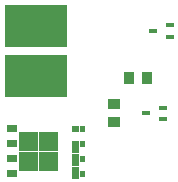
<source format=gbr>
%TF.GenerationSoftware,KiCad,Pcbnew,8.0.3*%
%TF.CreationDate,2024-09-01T12:25:55-04:00*%
%TF.ProjectId,Cradle_Rocker_Board_RV01,43726164-6c65-45f5-926f-636b65725f42,rev?*%
%TF.SameCoordinates,Original*%
%TF.FileFunction,Paste,Top*%
%TF.FilePolarity,Positive*%
%FSLAX46Y46*%
G04 Gerber Fmt 4.6, Leading zero omitted, Abs format (unit mm)*
G04 Created by KiCad (PCBNEW 8.0.3) date 2024-09-01 12:25:55*
%MOMM*%
%LPD*%
G01*
G04 APERTURE LIST*
%ADD10C,0.010000*%
%ADD11R,0.650000X0.460000*%
%ADD12R,0.830000X1.010000*%
%ADD13R,1.010000X0.830000*%
%ADD14R,5.330000X3.630000*%
G04 APERTURE END LIST*
D10*
%TO.C,Q1*%
X211008960Y-89270000D02*
X210645000Y-89270000D01*
X210645000Y-88877040D01*
X211008960Y-88877040D01*
X211008960Y-89270000D01*
G36*
X211008960Y-89270000D02*
G01*
X210645000Y-89270000D01*
X210645000Y-88877040D01*
X211008960Y-88877040D01*
X211008960Y-89270000D01*
G37*
X211004880Y-85460000D02*
X210645000Y-85460000D01*
X210645000Y-85053470D01*
X211004880Y-85053470D01*
X211004880Y-85460000D01*
G36*
X211004880Y-85460000D02*
G01*
X210645000Y-85460000D01*
X210645000Y-85053470D01*
X211004880Y-85053470D01*
X211004880Y-85460000D01*
G37*
X211004220Y-86730000D02*
X210645000Y-86730000D01*
X210645000Y-86327488D01*
X211004220Y-86327488D01*
X211004220Y-86730000D01*
G36*
X211004220Y-86730000D02*
G01*
X210645000Y-86730000D01*
X210645000Y-86327488D01*
X211004220Y-86327488D01*
X211004220Y-86730000D01*
G37*
X211002330Y-88000000D02*
X210645000Y-88000000D01*
X210645000Y-87600851D01*
X211002330Y-87600851D01*
X211002330Y-88000000D01*
G36*
X211002330Y-88000000D02*
G01*
X210645000Y-88000000D01*
X210645000Y-87600851D01*
X211002330Y-87600851D01*
X211002330Y-88000000D01*
G37*
X210457330Y-89430000D02*
X209995000Y-89430000D01*
X209995000Y-88535950D01*
X210457330Y-88535950D01*
X210457330Y-89430000D01*
G36*
X210457330Y-89430000D02*
G01*
X209995000Y-89430000D01*
X209995000Y-88535950D01*
X210457330Y-88535950D01*
X210457330Y-89430000D01*
G37*
X210454840Y-88330000D02*
X209995000Y-88330000D01*
X209995000Y-87430759D01*
X210454840Y-87430759D01*
X210454840Y-88330000D01*
G36*
X210454840Y-88330000D02*
G01*
X209995000Y-88330000D01*
X209995000Y-87430759D01*
X210454840Y-87430759D01*
X210454840Y-88330000D01*
G37*
X210448870Y-87230000D02*
X209995000Y-87230000D01*
X209995000Y-86328735D01*
X210448870Y-86328735D01*
X210448870Y-87230000D01*
G36*
X210448870Y-87230000D02*
G01*
X209995000Y-87230000D01*
X209995000Y-86328735D01*
X210448870Y-86328735D01*
X210448870Y-87230000D01*
G37*
X210448560Y-85460000D02*
X209995000Y-85460000D01*
X209995000Y-85057170D01*
X210448560Y-85057170D01*
X210448560Y-85460000D01*
G36*
X210448560Y-85460000D02*
G01*
X209995000Y-85460000D01*
X209995000Y-85057170D01*
X210448560Y-85057170D01*
X210448560Y-85460000D01*
G37*
X208689096Y-87065000D02*
X207185000Y-87065000D01*
X207185000Y-85557940D01*
X208689096Y-85557940D01*
X208689096Y-87065000D01*
G36*
X208689096Y-87065000D02*
G01*
X207185000Y-87065000D01*
X207185000Y-85557940D01*
X208689096Y-85557940D01*
X208689096Y-87065000D01*
G37*
X208688145Y-88765000D02*
X207185000Y-88765000D01*
X207185000Y-87265149D01*
X208688145Y-87265149D01*
X208688145Y-88765000D01*
G36*
X208688145Y-88765000D02*
G01*
X207185000Y-88765000D01*
X207185000Y-87265149D01*
X208688145Y-87265149D01*
X208688145Y-88765000D01*
G37*
X206983096Y-88765000D02*
X205485000Y-88765000D01*
X205485000Y-87265116D01*
X206983096Y-87265116D01*
X206983096Y-88765000D01*
G36*
X206983096Y-88765000D02*
G01*
X205485000Y-88765000D01*
X205485000Y-87265116D01*
X206983096Y-87265116D01*
X206983096Y-88765000D01*
G37*
X206982162Y-87065000D02*
X205485000Y-87065000D01*
X205485000Y-85558650D01*
X206982162Y-85558650D01*
X206982162Y-87065000D01*
G36*
X206982162Y-87065000D02*
G01*
X205485000Y-87065000D01*
X205485000Y-85558650D01*
X206982162Y-85558650D01*
X206982162Y-87065000D01*
G37*
X205202570Y-89320000D02*
X204455000Y-89320000D01*
X204455000Y-88821540D01*
X205202570Y-88821540D01*
X205202570Y-89320000D01*
G36*
X205202570Y-89320000D02*
G01*
X204455000Y-89320000D01*
X204455000Y-88821540D01*
X205202570Y-88821540D01*
X205202570Y-89320000D01*
G37*
X205202310Y-85510000D02*
X204455000Y-85510000D01*
X204455000Y-85007640D01*
X205202310Y-85007640D01*
X205202310Y-85510000D01*
G36*
X205202310Y-85510000D02*
G01*
X204455000Y-85510000D01*
X204455000Y-85007640D01*
X205202310Y-85007640D01*
X205202310Y-85510000D01*
G37*
X205196320Y-86780000D02*
X204455000Y-86780000D01*
X204455000Y-86276756D01*
X205196320Y-86276756D01*
X205196320Y-86780000D01*
G36*
X205196320Y-86780000D02*
G01*
X204455000Y-86780000D01*
X204455000Y-86276756D01*
X205196320Y-86276756D01*
X205196320Y-86780000D01*
G37*
X205194540Y-88050000D02*
X204455000Y-88050000D01*
X204455000Y-87551370D01*
X205194540Y-87551370D01*
X205194540Y-88050000D01*
G36*
X205194540Y-88050000D02*
G01*
X204455000Y-88050000D01*
X204455000Y-87551370D01*
X205194540Y-87551370D01*
X205194540Y-88050000D01*
G37*
%TD*%
D11*
%TO.C,Q3*%
X218250000Y-77499998D03*
X218250000Y-76500000D03*
X216827600Y-76999999D03*
%TD*%
D12*
%TO.C,R3*%
X214780000Y-81000000D03*
X216300000Y-81000000D03*
%TD*%
D13*
%TO.C,R2*%
X213500000Y-83240000D03*
X213500000Y-84760000D03*
%TD*%
D11*
%TO.C,Q2*%
X217700000Y-84499998D03*
X217700000Y-83500000D03*
X216277600Y-83999999D03*
%TD*%
D14*
%TO.C,R1*%
X206900000Y-76560000D03*
X206900000Y-80800000D03*
%TD*%
M02*

</source>
